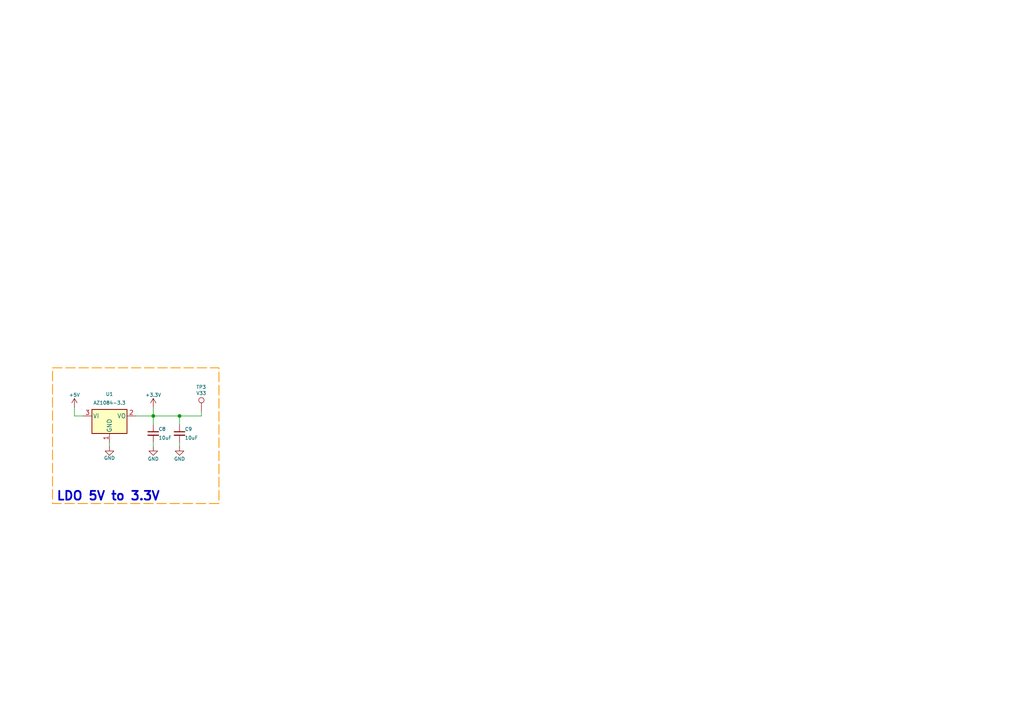
<source format=kicad_sch>
(kicad_sch (version 20250114) (generator "eeschema") (generator_version "9.0")
  (paper "A4")
  (lib_symbols
    (symbol "CRGM Power:AZ1084-3.3" (pin_names (offset 0.254))
      (property "Reference" "U" (at -3.81 3.175 0))
      (property "Value" "AZ1084-3.3" (at 0 3.175 0))
      (symbol "AZ1084-3.3_0_1"
        (rectangle (start -5.08 1.905) (end 5.08 -5.08) (stroke (width 0.254)) (fill (type background)))
      )
      (symbol "AZ1084-3.3_1_1"
        (pin power_in line (at -7.62 0 0) (length 2.54) (name "VI") (number "3"))
        (pin power_in line (at 0 -7.62 90) (length 2.54) (name "GND") (number "1"))
        (pin power_out line (at 7.62 0 180) (length 2.54) (name "VO") (number "2"))
      )
    )
    (symbol "Connector:TestPoint" (pin_numbers (hide yes)) (pin_names (offset 0.762) (hide yes))
      (property "Reference" "TP" (at 0 6.858 0))
      (property "Value" "TestPoint" (at 0 5.08 0))
      (symbol "TestPoint_0_1"
        (circle (center 0 3.302) (radius 0.762))
      )
      (symbol "TestPoint_1_1"
        (pin passive line (at 0 0 90) (length 2.54) (name "1") (number "1"))
      )
    )
    (symbol "Device:C_Small" (pin_numbers (hide yes)) (pin_names (offset 0.254) (hide yes))
      (property "Reference" "C" (at 0.254 1.778 0))
      (property "Value" "C_Small" (at 0.254 -2.032 0))
      (symbol "C_Small_0_1"
        (polyline (pts (xy -1.524 0.508) (xy 1.524 0.508)) (stroke (width 0.3048)))
        (polyline (pts (xy -1.524 -0.508) (xy 1.524 -0.508)) (stroke (width 0.3302)))
      )
      (symbol "C_Small_1_1"
        (pin passive line (at 0 2.54 270) (length 2.032) (name "~") (number "1"))
        (pin passive line (at 0 -2.54 90) (length 2.032) (name "~") (number "2"))
      )
    )
    (symbol "power:+3.3V" (power) (pin_numbers (hide yes)) (pin_names (offset 0) (hide yes))
      (property "Value" "+3.3V" (at 0 3.556 0))
      (symbol "+3.3V_0_1"
        (polyline (pts (xy -0.762 1.27) (xy 0 2.54)))
        (polyline (pts (xy 0 2.54) (xy 0.762 1.27)))
        (polyline (pts (xy 0 0) (xy 0 2.54)))
      )
      (symbol "+3.3V_1_1"
        (pin power_in line (at 0 0 90) (length 0) (name "~") (number "1"))
      )
    )
    (symbol "power:+5V" (power) (pin_numbers (hide yes)) (pin_names (offset 0) (hide yes))
      (property "Value" "+5V" (at 0 3.556 0))
      (symbol "+5V_0_1"
        (polyline (pts (xy -0.762 1.27) (xy 0 2.54)))
        (polyline (pts (xy 0 2.54) (xy 0.762 1.27)))
        (polyline (pts (xy 0 0) (xy 0 2.54)))
      )
      (symbol "+5V_1_1"
        (pin power_in line (at 0 0 90) (length 0) (name "~") (number "1"))
      )
    )
    (symbol "power:GND" (power) (pin_numbers (hide yes)) (pin_names (offset 0) (hide yes))
      (property "Value" "GND" (at 0 -3.81 0))
      (symbol "GND_0_1"
        (polyline (pts (xy 0 0) (xy 0 -1.27) (xy 1.27 -1.27) (xy 0 -2.54) (xy -1.27 -1.27) (xy 0 -1.27)))
      )
      (symbol "GND_1_1"
        (pin power_in line (at 0 0 270) (length 0) (name "~") (number "1"))
      )
    )
  )
  (rectangle (start 15.24 106.68) (end 63.5 146.05) (stroke (width 0.254) (type dash) (color 255 153 0 1)))
  (text "LDO 5V to 3.3V" (at 16.256 144.018 0) (effects (font (size 2.54 2.54) (thickness 0.508) (bold yes)) (justify left)))
  (junction (at 44.45 120.65))
  (junction (at 52.07 120.65))
  (wire (pts (xy 44.45 118.11) (xy 44.45 120.65)))
  (wire (pts (xy 58.42 120.65) (xy 58.42 119.38)))
  (wire (pts (xy 44.45 128.27) (xy 44.45 129.54)))
  (wire (pts (xy 44.45 120.65) (xy 44.45 123.19)))
  (wire (pts (xy 31.75 129.54) (xy 31.75 128.27)))
  (wire (pts (xy 52.07 120.65) (xy 52.07 123.19)))
  (wire (pts (xy 52.07 120.65) (xy 58.42 120.65)))
  (wire (pts (xy 52.07 129.54) (xy 52.07 128.27)))
  (wire (pts (xy 44.45 120.65) (xy 52.07 120.65)))
  (wire (pts (xy 21.59 120.65) (xy 24.13 120.65)))
  (wire (pts (xy 39.37 120.65) (xy 44.45 120.65)))
  (wire (pts (xy 21.59 118.11) (xy 21.59 120.65)))
  (symbol (lib_id "Device:C_Small") (at 44.45 125.73 0) (unit 1)
    (property "Reference" "C8" (at 45.974 124.46 0) (effects (font (size 1 1)) (justify left)))
    (property "Value" "10uF" (at 45.974 127 0) (effects (font (size 1 1)) (justify left)))
    (property "Footprint" "Capacitor_SMD:C_0603_1608Metric" (effects (hide yes)))
    (property "Datasheet" "https://mm.digikey.com/Volume0/opasdata/d220001/medias/docus/43/CL10A106MO8NQNC_Spec.pdf" (effects (hide yes)))
    (property "Description" "CAP CER 10UF 16V X5R 0603" (effects (hide yes)))
    (property "MF" "Samsung" (effects (hide yes)))
    (property "MN" "Samsung" (effects (hide yes)))
    (property "MPN" "CL10A106MO8NQNC" (effects (hide yes)))
    (property "Mouser" "187-CL10A106MO8NQNC" (effects (hide yes)))
    (property "Digikey" "1276-1870-2-ND" (effects (hide yes)))
    (property "LCSC" "C92487" (effects (hide yes)))
  )
  (symbol (lib_id "power:+5V") (at 21.59 118.11 0) (unit 1)
    (property "Reference" "#PWR010" (effects (hide yes)))
    (property "Value" "+5V" (at 21.59 114.554 0) (effects (font (size 1 1))))
    (property "Description" "Power symbol creates a global label with name \"+5V\"" (effects (hide yes)))
  )
  (symbol (lib_id "power:GND") (at 44.45 129.54 0) (unit 1)
    (property "Reference" "#PWR018" (effects (hide yes)))
    (property "Value" "GND" (at 44.45 133.096 0) (effects (font (size 1 1))))
    (property "Description" "Power symbol creates a global label with name \"GND\" , ground" (effects (hide yes)))
  )
  (symbol (lib_id "power:GND") (at 31.75 129.54 0) (unit 1)
    (property "Reference" "#PWR017" (effects (hide yes)))
    (property "Value" "GND" (at 31.75 132.842 0) (effects (font (size 1 1))))
    (property "Description" "Power symbol creates a global label with name \"GND\" , ground" (effects (hide yes)))
  )
  (symbol (lib_id "CRGM Power:AZ1084-3.3") (at 31.75 120.65 0) (unit 1)
    (property "Reference" "U1" (at 31.75 114.3 0) (effects (font (size 1 1))))
    (property "Value" "AZ1084-3.3" (at 31.75 116.84 0) (effects (font (size 1 1))))
    (property "Footprint" "CRGM Power:TO-252-2" (effects (hide yes)))
    (property "Datasheet" "https://www.diodes.com/assets/Datasheets/AZ1084C.pdf" (effects (hide yes)))
    (property "Description" "5A 12V Fixed LDO Linear Regulator, 1.5V, TO-220/TO-252/TO-263" (effects (hide yes)))
    (property "MN" "Diodes Incorporated" (effects (hide yes)))
    (property "MPN" "AZ1084CD-3.3TRG1" (effects (hide yes)))
    (property "Mouser" "621-AZ1084CD-3.3TRG1" (effects (hide yes)))
    (property "Digikey" "AZ1084CD-3.3TRG1DITR-ND" (effects (hide yes)))
    (property "LCSC" "C151391" (effects (hide yes)))
  )
  (symbol (lib_id "power:+3.3V") (at 44.45 118.11 0) (unit 1)
    (property "Reference" "#PWR011" (effects (hide yes)))
    (property "Value" "+3.3V" (at 44.45 114.554 0) (effects (font (size 1 1))))
    (property "Description" "Power symbol creates a global label with name \"+3.3V\"" (effects (hide yes)))
  )
  (symbol (lib_id "Connector:TestPoint") (at 58.42 119.38 0) (unit 1) (in_bom no)
    (property "Reference" "TP3" (at 56.896 112.268 0) (effects (font (size 1 1)) (justify left)))
    (property "Value" "V33" (at 56.896 114.046 0) (effects (font (size 1 1)) (justify left)))
    (property "Footprint" "TestPoint:TestPoint_Pad_D1.0mm" (effects (hide yes)))
    (property "Description" "test point" (effects (hide yes)))
  )
  (symbol (lib_id "Device:C_Small") (at 52.07 125.73 0) (unit 1)
    (property "Reference" "C9" (at 53.594 124.46 0) (effects (font (size 1 1)) (justify left)))
    (property "Value" "10uF" (at 53.594 127 0) (effects (font (size 1 1)) (justify left)))
    (property "Footprint" "Capacitor_SMD:C_0603_1608Metric" (effects (hide yes)))
    (property "Datasheet" "https://mm.digikey.com/Volume0/opasdata/d220001/medias/docus/43/CL10A106MO8NQNC_Spec.pdf" (effects (hide yes)))
    (property "Description" "CAP CER 10UF 16V X5R 0603" (effects (hide yes)))
    (property "MF" "Samsung" (effects (hide yes)))
    (property "MN" "Samsung" (effects (hide yes)))
    (property "MPN" "CL10A106MO8NQNC" (effects (hide yes)))
    (property "Mouser" "187-CL10A106MO8NQNC" (effects (hide yes)))
    (property "Digikey" "1276-1870-2-ND" (effects (hide yes)))
    (property "LCSC" "C92487" (effects (hide yes)))
  )
  (symbol (lib_id "power:GND") (at 52.07 129.54 0) (unit 1)
    (property "Reference" "#PWR034" (effects (hide yes)))
    (property "Value" "GND" (at 52.07 133.096 0) (effects (font (size 1 1))))
    (property "Description" "Power symbol creates a global label with name \"GND\" , ground" (effects (hide yes)))
  )
)
</source>
